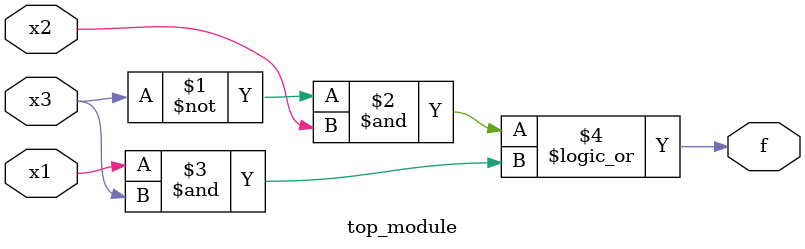
<source format=v>
module top_module( 
    input x3,
    input x2,
    input x1,  // three inputs
    output f   // one output
);
    assign f = (~x3&x2)||(x1&x3);
endmodule

</source>
